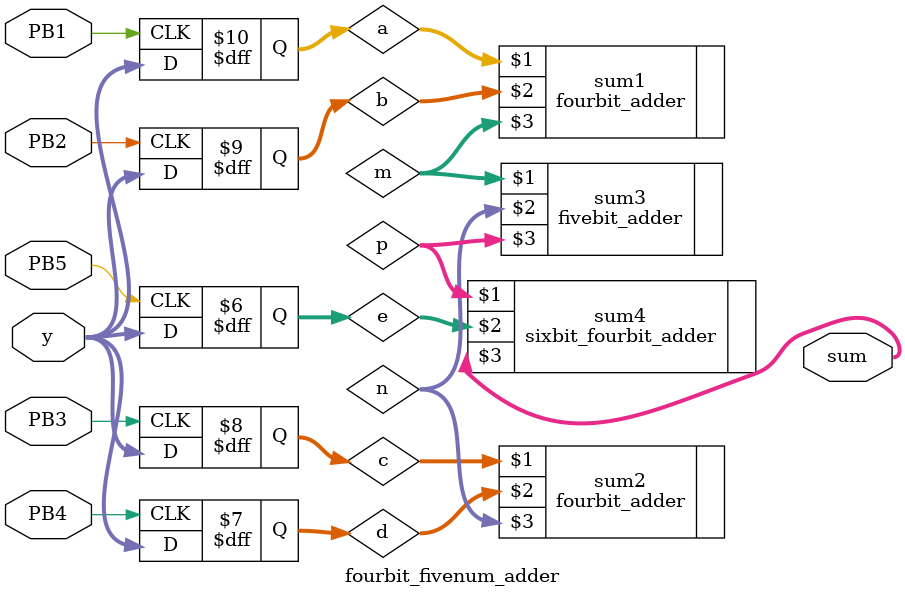
<source format=v>
`timescale 1ns / 1ps
module fourbit_fivenum_adder(
         PB1,PB2,PB3,PB4,PB5,y,sum
         );
         input PB1,PB2,PB3,PB4,PB5;
         input [3:0] y;
         output wire [6:0] sum;
         wire [4:0] m,n;
         wire [5:0] p;
         reg [3:0] a,b,c,d,e;
         
         always @(posedge PB1) begin            //east a
                        a <= y;
         end
    
         always @(posedge PB2) begin            //west b
                        b <= y;
         end
         
         always @(posedge PB3) begin            //north c
                        c <= y;
         end
         
         always @(posedge PB4) begin             //south d
                        d <= y;
         end
         
         always @(posedge PB5) begin
                        e <= y;                           //center e
         end
         
         
         fourbit_adder sum1 (a,b,m);
         fourbit_adder sum2 (c,d,n);
         fivebit_adder sum3 (m,n,p);
         sixbit_fourbit_adder sum4 (p,e,sum);
endmodule

</source>
